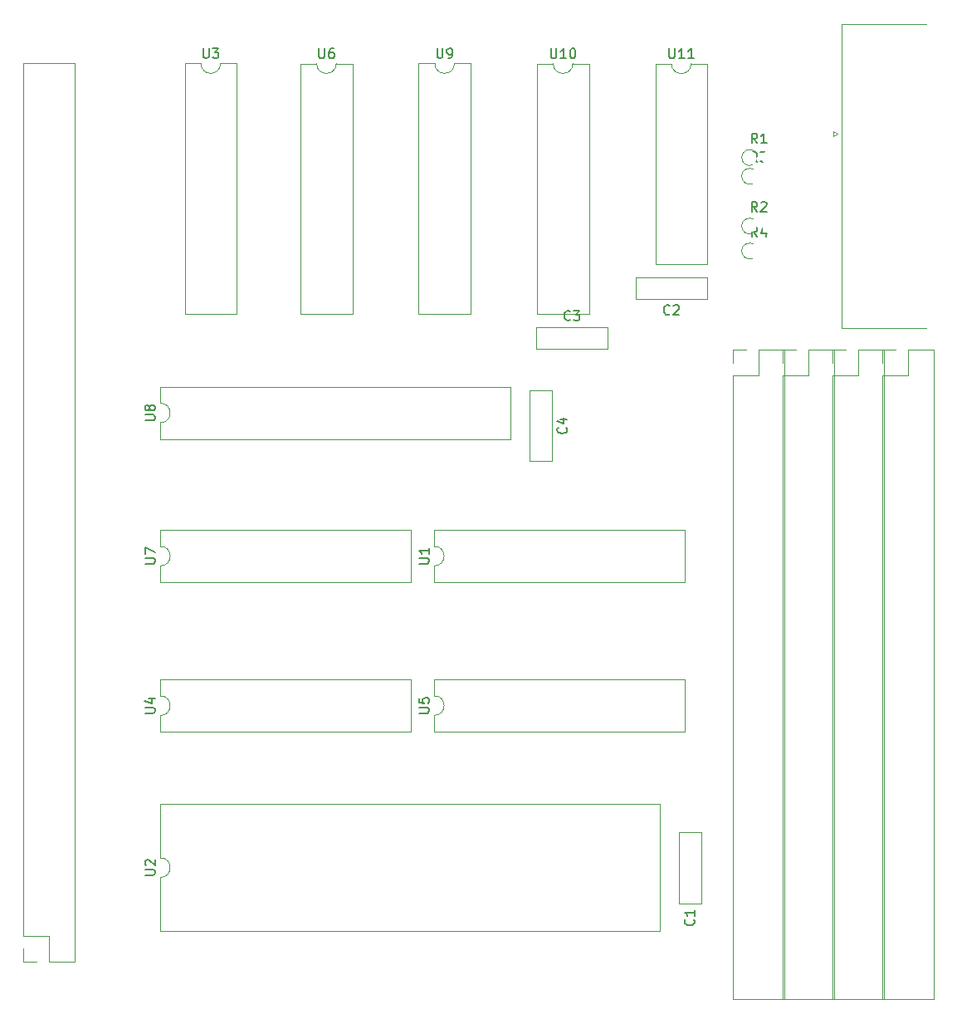
<source format=gto>
G04 #@! TF.GenerationSoftware,KiCad,Pcbnew,(6.0.1)*
G04 #@! TF.CreationDate,2023-08-09T21:54:41+02:00*
G04 #@! TF.ProjectId,VT100_GRAPH,56543130-305f-4475-9241-50482e6b6963,rev?*
G04 #@! TF.SameCoordinates,Original*
G04 #@! TF.FileFunction,Legend,Top*
G04 #@! TF.FilePolarity,Positive*
%FSLAX46Y46*%
G04 Gerber Fmt 4.6, Leading zero omitted, Abs format (unit mm)*
G04 Created by KiCad (PCBNEW (6.0.1)) date 2023-08-09 21:54:41*
%MOMM*%
%LPD*%
G01*
G04 APERTURE LIST*
%ADD10C,0.150000*%
%ADD11C,0.120000*%
%ADD12C,1.400000*%
%ADD13O,1.400000X1.400000*%
%ADD14R,1.600000X1.600000*%
%ADD15O,1.600000X1.600000*%
%ADD16R,1.700000X1.700000*%
%ADD17O,1.700000X1.700000*%
%ADD18C,1.600000*%
%ADD19C,4.000000*%
G04 APERTURE END LIST*
D10*
X94493333Y-34092380D02*
X94160000Y-33616190D01*
X93921904Y-34092380D02*
X93921904Y-33092380D01*
X94302857Y-33092380D01*
X94398095Y-33140000D01*
X94445714Y-33187619D01*
X94493333Y-33282857D01*
X94493333Y-33425714D01*
X94445714Y-33520952D01*
X94398095Y-33568571D01*
X94302857Y-33616190D01*
X93921904Y-33616190D01*
X95350476Y-33425714D02*
X95350476Y-34092380D01*
X95112380Y-33044761D02*
X94874285Y-33759047D01*
X95493333Y-33759047D01*
X37973095Y-14902380D02*
X37973095Y-15711904D01*
X38020714Y-15807142D01*
X38068333Y-15854761D01*
X38163571Y-15902380D01*
X38354047Y-15902380D01*
X38449285Y-15854761D01*
X38496904Y-15807142D01*
X38544523Y-15711904D01*
X38544523Y-14902380D01*
X38925476Y-14902380D02*
X39544523Y-14902380D01*
X39211190Y-15283333D01*
X39354047Y-15283333D01*
X39449285Y-15330952D01*
X39496904Y-15378571D01*
X39544523Y-15473809D01*
X39544523Y-15711904D01*
X39496904Y-15807142D01*
X39449285Y-15854761D01*
X39354047Y-15902380D01*
X39068333Y-15902380D01*
X38973095Y-15854761D01*
X38925476Y-15807142D01*
X73431904Y-14907380D02*
X73431904Y-15716904D01*
X73479523Y-15812142D01*
X73527142Y-15859761D01*
X73622380Y-15907380D01*
X73812857Y-15907380D01*
X73908095Y-15859761D01*
X73955714Y-15812142D01*
X74003333Y-15716904D01*
X74003333Y-14907380D01*
X75003333Y-15907380D02*
X74431904Y-15907380D01*
X74717619Y-15907380D02*
X74717619Y-14907380D01*
X74622380Y-15050238D01*
X74527142Y-15145476D01*
X74431904Y-15193095D01*
X75622380Y-14907380D02*
X75717619Y-14907380D01*
X75812857Y-14955000D01*
X75860476Y-15002619D01*
X75908095Y-15097857D01*
X75955714Y-15288333D01*
X75955714Y-15526428D01*
X75908095Y-15716904D01*
X75860476Y-15812142D01*
X75812857Y-15859761D01*
X75717619Y-15907380D01*
X75622380Y-15907380D01*
X75527142Y-15859761D01*
X75479523Y-15812142D01*
X75431904Y-15716904D01*
X75384285Y-15526428D01*
X75384285Y-15288333D01*
X75431904Y-15097857D01*
X75479523Y-15002619D01*
X75527142Y-14955000D01*
X75622380Y-14907380D01*
X49778095Y-14907380D02*
X49778095Y-15716904D01*
X49825714Y-15812142D01*
X49873333Y-15859761D01*
X49968571Y-15907380D01*
X50159047Y-15907380D01*
X50254285Y-15859761D01*
X50301904Y-15812142D01*
X50349523Y-15716904D01*
X50349523Y-14907380D01*
X51254285Y-14907380D02*
X51063809Y-14907380D01*
X50968571Y-14955000D01*
X50920952Y-15002619D01*
X50825714Y-15145476D01*
X50778095Y-15335952D01*
X50778095Y-15716904D01*
X50825714Y-15812142D01*
X50873333Y-15859761D01*
X50968571Y-15907380D01*
X51159047Y-15907380D01*
X51254285Y-15859761D01*
X51301904Y-15812142D01*
X51349523Y-15716904D01*
X51349523Y-15478809D01*
X51301904Y-15383571D01*
X51254285Y-15335952D01*
X51159047Y-15288333D01*
X50968571Y-15288333D01*
X50873333Y-15335952D01*
X50825714Y-15383571D01*
X50778095Y-15478809D01*
X74997142Y-53546666D02*
X75044761Y-53594285D01*
X75092380Y-53737142D01*
X75092380Y-53832380D01*
X75044761Y-53975238D01*
X74949523Y-54070476D01*
X74854285Y-54118095D01*
X74663809Y-54165714D01*
X74520952Y-54165714D01*
X74330476Y-54118095D01*
X74235238Y-54070476D01*
X74140000Y-53975238D01*
X74092380Y-53832380D01*
X74092380Y-53737142D01*
X74140000Y-53594285D01*
X74187619Y-53546666D01*
X74425714Y-52689523D02*
X75092380Y-52689523D01*
X74044761Y-52927619D02*
X74759047Y-53165714D01*
X74759047Y-52546666D01*
X94493333Y-24567380D02*
X94160000Y-24091190D01*
X93921904Y-24567380D02*
X93921904Y-23567380D01*
X94302857Y-23567380D01*
X94398095Y-23615000D01*
X94445714Y-23662619D01*
X94493333Y-23757857D01*
X94493333Y-23900714D01*
X94445714Y-23995952D01*
X94398095Y-24043571D01*
X94302857Y-24091190D01*
X93921904Y-24091190D01*
X95445714Y-24567380D02*
X94874285Y-24567380D01*
X95160000Y-24567380D02*
X95160000Y-23567380D01*
X95064761Y-23710238D01*
X94969523Y-23805476D01*
X94874285Y-23853095D01*
X87987142Y-103711666D02*
X88034761Y-103759285D01*
X88082380Y-103902142D01*
X88082380Y-103997380D01*
X88034761Y-104140238D01*
X87939523Y-104235476D01*
X87844285Y-104283095D01*
X87653809Y-104330714D01*
X87510952Y-104330714D01*
X87320476Y-104283095D01*
X87225238Y-104235476D01*
X87130000Y-104140238D01*
X87082380Y-103997380D01*
X87082380Y-103902142D01*
X87130000Y-103759285D01*
X87177619Y-103711666D01*
X88082380Y-102759285D02*
X88082380Y-103330714D01*
X88082380Y-103045000D02*
X87082380Y-103045000D01*
X87225238Y-103140238D01*
X87320476Y-103235476D01*
X87368095Y-103330714D01*
X85558333Y-41977142D02*
X85510714Y-42024761D01*
X85367857Y-42072380D01*
X85272619Y-42072380D01*
X85129761Y-42024761D01*
X85034523Y-41929523D01*
X84986904Y-41834285D01*
X84939285Y-41643809D01*
X84939285Y-41500952D01*
X84986904Y-41310476D01*
X85034523Y-41215238D01*
X85129761Y-41120000D01*
X85272619Y-41072380D01*
X85367857Y-41072380D01*
X85510714Y-41120000D01*
X85558333Y-41167619D01*
X85939285Y-41167619D02*
X85986904Y-41120000D01*
X86082142Y-41072380D01*
X86320238Y-41072380D01*
X86415476Y-41120000D01*
X86463095Y-41167619D01*
X86510714Y-41262857D01*
X86510714Y-41358095D01*
X86463095Y-41500952D01*
X85891666Y-42072380D01*
X86510714Y-42072380D01*
X94493333Y-26472380D02*
X94160000Y-25996190D01*
X93921904Y-26472380D02*
X93921904Y-25472380D01*
X94302857Y-25472380D01*
X94398095Y-25520000D01*
X94445714Y-25567619D01*
X94493333Y-25662857D01*
X94493333Y-25805714D01*
X94445714Y-25900952D01*
X94398095Y-25948571D01*
X94302857Y-25996190D01*
X93921904Y-25996190D01*
X94826666Y-25472380D02*
X95445714Y-25472380D01*
X95112380Y-25853333D01*
X95255238Y-25853333D01*
X95350476Y-25900952D01*
X95398095Y-25948571D01*
X95445714Y-26043809D01*
X95445714Y-26281904D01*
X95398095Y-26377142D01*
X95350476Y-26424761D01*
X95255238Y-26472380D01*
X94969523Y-26472380D01*
X94874285Y-26424761D01*
X94826666Y-26377142D01*
X59992380Y-82666904D02*
X60801904Y-82666904D01*
X60897142Y-82619285D01*
X60944761Y-82571666D01*
X60992380Y-82476428D01*
X60992380Y-82285952D01*
X60944761Y-82190714D01*
X60897142Y-82143095D01*
X60801904Y-82095476D01*
X59992380Y-82095476D01*
X59992380Y-81143095D02*
X59992380Y-81619285D01*
X60468571Y-81666904D01*
X60420952Y-81619285D01*
X60373333Y-81524047D01*
X60373333Y-81285952D01*
X60420952Y-81190714D01*
X60468571Y-81143095D01*
X60563809Y-81095476D01*
X60801904Y-81095476D01*
X60897142Y-81143095D01*
X60944761Y-81190714D01*
X60992380Y-81285952D01*
X60992380Y-81524047D01*
X60944761Y-81619285D01*
X60897142Y-81666904D01*
X32047380Y-99186904D02*
X32856904Y-99186904D01*
X32952142Y-99139285D01*
X32999761Y-99091666D01*
X33047380Y-98996428D01*
X33047380Y-98805952D01*
X32999761Y-98710714D01*
X32952142Y-98663095D01*
X32856904Y-98615476D01*
X32047380Y-98615476D01*
X32142619Y-98186904D02*
X32095000Y-98139285D01*
X32047380Y-98044047D01*
X32047380Y-97805952D01*
X32095000Y-97710714D01*
X32142619Y-97663095D01*
X32237857Y-97615476D01*
X32333095Y-97615476D01*
X32475952Y-97663095D01*
X33047380Y-98234523D01*
X33047380Y-97615476D01*
X75398333Y-42557142D02*
X75350714Y-42604761D01*
X75207857Y-42652380D01*
X75112619Y-42652380D01*
X74969761Y-42604761D01*
X74874523Y-42509523D01*
X74826904Y-42414285D01*
X74779285Y-42223809D01*
X74779285Y-42080952D01*
X74826904Y-41890476D01*
X74874523Y-41795238D01*
X74969761Y-41700000D01*
X75112619Y-41652380D01*
X75207857Y-41652380D01*
X75350714Y-41700000D01*
X75398333Y-41747619D01*
X75731666Y-41652380D02*
X76350714Y-41652380D01*
X76017380Y-42033333D01*
X76160238Y-42033333D01*
X76255476Y-42080952D01*
X76303095Y-42128571D01*
X76350714Y-42223809D01*
X76350714Y-42461904D01*
X76303095Y-42557142D01*
X76255476Y-42604761D01*
X76160238Y-42652380D01*
X75874523Y-42652380D01*
X75779285Y-42604761D01*
X75731666Y-42557142D01*
X85496904Y-14917380D02*
X85496904Y-15726904D01*
X85544523Y-15822142D01*
X85592142Y-15869761D01*
X85687380Y-15917380D01*
X85877857Y-15917380D01*
X85973095Y-15869761D01*
X86020714Y-15822142D01*
X86068333Y-15726904D01*
X86068333Y-14917380D01*
X87068333Y-15917380D02*
X86496904Y-15917380D01*
X86782619Y-15917380D02*
X86782619Y-14917380D01*
X86687380Y-15060238D01*
X86592142Y-15155476D01*
X86496904Y-15203095D01*
X88020714Y-15917380D02*
X87449285Y-15917380D01*
X87735000Y-15917380D02*
X87735000Y-14917380D01*
X87639761Y-15060238D01*
X87544523Y-15155476D01*
X87449285Y-15203095D01*
X32052380Y-67426904D02*
X32861904Y-67426904D01*
X32957142Y-67379285D01*
X33004761Y-67331666D01*
X33052380Y-67236428D01*
X33052380Y-67045952D01*
X33004761Y-66950714D01*
X32957142Y-66903095D01*
X32861904Y-66855476D01*
X32052380Y-66855476D01*
X32052380Y-66474523D02*
X32052380Y-65807857D01*
X33052380Y-66236428D01*
X94493333Y-31552380D02*
X94160000Y-31076190D01*
X93921904Y-31552380D02*
X93921904Y-30552380D01*
X94302857Y-30552380D01*
X94398095Y-30600000D01*
X94445714Y-30647619D01*
X94493333Y-30742857D01*
X94493333Y-30885714D01*
X94445714Y-30980952D01*
X94398095Y-31028571D01*
X94302857Y-31076190D01*
X93921904Y-31076190D01*
X94874285Y-30647619D02*
X94921904Y-30600000D01*
X95017142Y-30552380D01*
X95255238Y-30552380D01*
X95350476Y-30600000D01*
X95398095Y-30647619D01*
X95445714Y-30742857D01*
X95445714Y-30838095D01*
X95398095Y-30980952D01*
X94826666Y-31552380D01*
X95445714Y-31552380D01*
X61833095Y-14902380D02*
X61833095Y-15711904D01*
X61880714Y-15807142D01*
X61928333Y-15854761D01*
X62023571Y-15902380D01*
X62214047Y-15902380D01*
X62309285Y-15854761D01*
X62356904Y-15807142D01*
X62404523Y-15711904D01*
X62404523Y-14902380D01*
X62928333Y-15902380D02*
X63118809Y-15902380D01*
X63214047Y-15854761D01*
X63261666Y-15807142D01*
X63356904Y-15664285D01*
X63404523Y-15473809D01*
X63404523Y-15092857D01*
X63356904Y-14997619D01*
X63309285Y-14950000D01*
X63214047Y-14902380D01*
X63023571Y-14902380D01*
X62928333Y-14950000D01*
X62880714Y-14997619D01*
X62833095Y-15092857D01*
X62833095Y-15330952D01*
X62880714Y-15426190D01*
X62928333Y-15473809D01*
X63023571Y-15521428D01*
X63214047Y-15521428D01*
X63309285Y-15473809D01*
X63356904Y-15426190D01*
X63404523Y-15330952D01*
X32047380Y-82676904D02*
X32856904Y-82676904D01*
X32952142Y-82629285D01*
X32999761Y-82581666D01*
X33047380Y-82486428D01*
X33047380Y-82295952D01*
X32999761Y-82200714D01*
X32952142Y-82153095D01*
X32856904Y-82105476D01*
X32047380Y-82105476D01*
X32380714Y-81200714D02*
X33047380Y-81200714D01*
X31999761Y-81438809D02*
X32714047Y-81676904D01*
X32714047Y-81057857D01*
X32047380Y-52831904D02*
X32856904Y-52831904D01*
X32952142Y-52784285D01*
X32999761Y-52736666D01*
X33047380Y-52641428D01*
X33047380Y-52450952D01*
X32999761Y-52355714D01*
X32952142Y-52308095D01*
X32856904Y-52260476D01*
X32047380Y-52260476D01*
X32475952Y-51641428D02*
X32428333Y-51736666D01*
X32380714Y-51784285D01*
X32285476Y-51831904D01*
X32237857Y-51831904D01*
X32142619Y-51784285D01*
X32095000Y-51736666D01*
X32047380Y-51641428D01*
X32047380Y-51450952D01*
X32095000Y-51355714D01*
X32142619Y-51308095D01*
X32237857Y-51260476D01*
X32285476Y-51260476D01*
X32380714Y-51308095D01*
X32428333Y-51355714D01*
X32475952Y-51450952D01*
X32475952Y-51641428D01*
X32523571Y-51736666D01*
X32571190Y-51784285D01*
X32666428Y-51831904D01*
X32856904Y-51831904D01*
X32952142Y-51784285D01*
X32999761Y-51736666D01*
X33047380Y-51641428D01*
X33047380Y-51450952D01*
X32999761Y-51355714D01*
X32952142Y-51308095D01*
X32856904Y-51260476D01*
X32666428Y-51260476D01*
X32571190Y-51308095D01*
X32523571Y-51355714D01*
X32475952Y-51450952D01*
X59992380Y-67426904D02*
X60801904Y-67426904D01*
X60897142Y-67379285D01*
X60944761Y-67331666D01*
X60992380Y-67236428D01*
X60992380Y-67045952D01*
X60944761Y-66950714D01*
X60897142Y-66903095D01*
X60801904Y-66855476D01*
X59992380Y-66855476D01*
X60992380Y-65855476D02*
X60992380Y-66426904D01*
X60992380Y-66141190D02*
X59992380Y-66141190D01*
X60135238Y-66236428D01*
X60230476Y-66331666D01*
X60278095Y-66426904D01*
D11*
X94127133Y-34860000D02*
G75*
G03*
X94030095Y-36309359I-417133J-700000D01*
G01*
X36085000Y-16450000D02*
X36085000Y-41970000D01*
X37735000Y-16450000D02*
X36085000Y-16450000D01*
X41385000Y-16450000D02*
X39735000Y-16450000D01*
X36085000Y-41970000D02*
X41385000Y-41970000D01*
X41385000Y-41970000D02*
X41385000Y-16450000D01*
X37735000Y-16450000D02*
G75*
G03*
X39735000Y-16450000I1000000J0D01*
G01*
X72020000Y-16455000D02*
X72020000Y-41975000D01*
X72020000Y-41975000D02*
X77320000Y-41975000D01*
X77320000Y-16455000D02*
X75670000Y-16455000D01*
X77320000Y-41975000D02*
X77320000Y-16455000D01*
X73670000Y-16455000D02*
X72020000Y-16455000D01*
X73670000Y-16455000D02*
G75*
G03*
X75670000Y-16455000I1000000J0D01*
G01*
X102175000Y-111820000D02*
X107375000Y-111820000D01*
X102175000Y-48260000D02*
X102175000Y-111820000D01*
X102175000Y-46990000D02*
X102175000Y-45660000D01*
X104775000Y-45660000D02*
X107375000Y-45660000D01*
X102175000Y-48260000D02*
X104775000Y-48260000D01*
X102175000Y-45660000D02*
X103505000Y-45660000D01*
X104775000Y-48260000D02*
X104775000Y-45660000D01*
X107375000Y-45660000D02*
X107375000Y-111820000D01*
X47890000Y-41975000D02*
X53190000Y-41975000D01*
X53190000Y-41975000D02*
X53190000Y-16455000D01*
X47890000Y-16455000D02*
X47890000Y-41975000D01*
X49540000Y-16455000D02*
X47890000Y-16455000D01*
X53190000Y-16455000D02*
X51540000Y-16455000D01*
X49540000Y-16455000D02*
G75*
G03*
X51540000Y-16455000I1000000J0D01*
G01*
X92015000Y-48260000D02*
X92015000Y-111820000D01*
X94615000Y-48260000D02*
X94615000Y-45660000D01*
X97215000Y-45660000D02*
X97215000Y-111820000D01*
X92015000Y-45660000D02*
X93345000Y-45660000D01*
X92015000Y-111820000D02*
X97215000Y-111820000D01*
X94615000Y-45660000D02*
X97215000Y-45660000D01*
X92015000Y-48260000D02*
X94615000Y-48260000D01*
X92015000Y-46990000D02*
X92015000Y-45660000D01*
X109855000Y-48260000D02*
X109855000Y-45660000D01*
X107255000Y-48260000D02*
X107255000Y-111820000D01*
X107255000Y-46990000D02*
X107255000Y-45660000D01*
X109855000Y-45660000D02*
X112455000Y-45660000D01*
X112455000Y-45660000D02*
X112455000Y-111820000D01*
X107255000Y-111820000D02*
X112455000Y-111820000D01*
X107255000Y-45660000D02*
X108585000Y-45660000D01*
X107255000Y-48260000D02*
X109855000Y-48260000D01*
X73510000Y-49760000D02*
X73510000Y-57000000D01*
X73510000Y-57000000D02*
X71270000Y-57000000D01*
X73510000Y-49760000D02*
X71270000Y-49760000D01*
X71270000Y-49760000D02*
X71270000Y-57000000D01*
X94127133Y-25335000D02*
G75*
G03*
X94030095Y-26784359I-417133J-700000D01*
G01*
X88750000Y-102085000D02*
X88750000Y-94845000D01*
X86510000Y-102085000D02*
X86510000Y-94845000D01*
X86510000Y-102085000D02*
X88750000Y-102085000D01*
X86510000Y-94845000D02*
X88750000Y-94845000D01*
X82105000Y-40490000D02*
X82105000Y-38250000D01*
X89345000Y-40490000D02*
X82105000Y-40490000D01*
X89345000Y-40490000D02*
X89345000Y-38250000D01*
X89345000Y-38250000D02*
X82105000Y-38250000D01*
X94127133Y-27240000D02*
G75*
G03*
X94030095Y-28689359I-417133J-700000D01*
G01*
X87060000Y-84555000D02*
X87060000Y-79255000D01*
X87060000Y-79255000D02*
X61540000Y-79255000D01*
X61540000Y-84555000D02*
X87060000Y-84555000D01*
X61540000Y-82905000D02*
X61540000Y-84555000D01*
X61540000Y-79255000D02*
X61540000Y-80905000D01*
X61540000Y-82905000D02*
G75*
G03*
X61540000Y-80905000I0J1000000D01*
G01*
X84515000Y-91965000D02*
X33595000Y-91965000D01*
X33595000Y-91965000D02*
X33595000Y-97425000D01*
X33595000Y-99425000D02*
X33595000Y-104885000D01*
X84515000Y-104885000D02*
X84515000Y-91965000D01*
X33595000Y-104885000D02*
X84515000Y-104885000D01*
X33595000Y-99425000D02*
G75*
G03*
X33595000Y-97425000I0J1000000D01*
G01*
X79185000Y-43330000D02*
X79185000Y-45570000D01*
X71945000Y-43330000D02*
X71945000Y-45570000D01*
X71945000Y-45570000D02*
X79185000Y-45570000D01*
X71945000Y-43330000D02*
X79185000Y-43330000D01*
X19625000Y-108010000D02*
X19625000Y-106680000D01*
X24825000Y-108010000D02*
X24825000Y-16450000D01*
X19625000Y-105410000D02*
X19625000Y-16450000D01*
X22225000Y-108010000D02*
X22225000Y-105410000D01*
X24825000Y-108010000D02*
X22225000Y-108010000D01*
X20955000Y-108010000D02*
X19625000Y-108010000D01*
X22225000Y-105410000D02*
X19625000Y-105410000D01*
X24825000Y-16450000D02*
X19625000Y-16450000D01*
X89385000Y-16465000D02*
X87735000Y-16465000D01*
X85735000Y-16465000D02*
X84085000Y-16465000D01*
X84085000Y-16465000D02*
X84085000Y-36905000D01*
X89385000Y-36905000D02*
X89385000Y-16465000D01*
X84085000Y-36905000D02*
X89385000Y-36905000D01*
X85735000Y-16465000D02*
G75*
G03*
X87735000Y-16465000I1000000J0D01*
G01*
X59120000Y-64015000D02*
X33600000Y-64015000D01*
X33600000Y-67665000D02*
X33600000Y-69315000D01*
X33600000Y-64015000D02*
X33600000Y-65665000D01*
X59120000Y-69315000D02*
X59120000Y-64015000D01*
X33600000Y-69315000D02*
X59120000Y-69315000D01*
X33600000Y-67665000D02*
G75*
G03*
X33600000Y-65665000I0J1000000D01*
G01*
X94127133Y-32320000D02*
G75*
G03*
X94030095Y-33769359I-417133J-700000D01*
G01*
X59945000Y-41970000D02*
X65245000Y-41970000D01*
X65245000Y-41970000D02*
X65245000Y-16450000D01*
X61595000Y-16450000D02*
X59945000Y-16450000D01*
X59945000Y-16450000D02*
X59945000Y-41970000D01*
X65245000Y-16450000D02*
X63595000Y-16450000D01*
X61595000Y-16450000D02*
G75*
G03*
X63595000Y-16450000I1000000J0D01*
G01*
X59115000Y-79265000D02*
X33595000Y-79265000D01*
X33595000Y-84565000D02*
X59115000Y-84565000D01*
X33595000Y-82915000D02*
X33595000Y-84565000D01*
X59115000Y-84565000D02*
X59115000Y-79265000D01*
X33595000Y-79265000D02*
X33595000Y-80915000D01*
X33595000Y-82915000D02*
G75*
G03*
X33595000Y-80915000I0J1000000D01*
G01*
X33595000Y-49420000D02*
X33595000Y-51070000D01*
X69275000Y-49420000D02*
X33595000Y-49420000D01*
X69275000Y-54720000D02*
X69275000Y-49420000D01*
X33595000Y-53070000D02*
X33595000Y-54720000D01*
X33595000Y-54720000D02*
X69275000Y-54720000D01*
X33595000Y-53070000D02*
G75*
G03*
X33595000Y-51070000I0J1000000D01*
G01*
X87060000Y-64015000D02*
X61540000Y-64015000D01*
X61540000Y-69315000D02*
X87060000Y-69315000D01*
X87060000Y-69315000D02*
X87060000Y-64015000D01*
X61540000Y-67665000D02*
X61540000Y-69315000D01*
X61540000Y-64015000D02*
X61540000Y-65665000D01*
X61540000Y-67665000D02*
G75*
G03*
X61540000Y-65665000I0J1000000D01*
G01*
X102210662Y-23890000D02*
X102210662Y-23390000D01*
X102643675Y-23640000D02*
X102210662Y-23890000D01*
X111705000Y-43440000D02*
X103105000Y-43440000D01*
X102210662Y-23390000D02*
X102643675Y-23640000D01*
X103105000Y-43440000D02*
X103105000Y-12470000D01*
X103105000Y-12470000D02*
X111705000Y-12470000D01*
X97095000Y-48260000D02*
X99695000Y-48260000D01*
X97095000Y-48260000D02*
X97095000Y-111820000D01*
X102295000Y-45660000D02*
X102295000Y-111820000D01*
X99695000Y-45660000D02*
X102295000Y-45660000D01*
X97095000Y-111820000D02*
X102295000Y-111820000D01*
X97095000Y-46990000D02*
X97095000Y-45660000D01*
X99695000Y-48260000D02*
X99695000Y-45660000D01*
X97095000Y-45660000D02*
X98425000Y-45660000D01*
%LPC*%
D12*
X93710000Y-35560000D03*
D13*
X95610000Y-35560000D03*
D14*
X34925000Y-17780000D03*
D15*
X34925000Y-20320000D03*
X34925000Y-22860000D03*
X34925000Y-25400000D03*
X34925000Y-27940000D03*
X34925000Y-30480000D03*
X34925000Y-33020000D03*
X34925000Y-35560000D03*
X34925000Y-38100000D03*
X34925000Y-40640000D03*
X42545000Y-40640000D03*
X42545000Y-38100000D03*
X42545000Y-35560000D03*
X42545000Y-33020000D03*
X42545000Y-30480000D03*
X42545000Y-27940000D03*
X42545000Y-25400000D03*
X42545000Y-22860000D03*
X42545000Y-20320000D03*
X42545000Y-17780000D03*
D14*
X70860000Y-17785000D03*
D15*
X70860000Y-20325000D03*
X70860000Y-22865000D03*
X70860000Y-25405000D03*
X70860000Y-27945000D03*
X70860000Y-30485000D03*
X70860000Y-33025000D03*
X70860000Y-35565000D03*
X70860000Y-38105000D03*
X70860000Y-40645000D03*
X78480000Y-40645000D03*
X78480000Y-38105000D03*
X78480000Y-35565000D03*
X78480000Y-33025000D03*
X78480000Y-30485000D03*
X78480000Y-27945000D03*
X78480000Y-25405000D03*
X78480000Y-22865000D03*
X78480000Y-20325000D03*
X78480000Y-17785000D03*
D16*
X103505000Y-46990000D03*
D17*
X106045000Y-46990000D03*
X103505000Y-49530000D03*
X106045000Y-49530000D03*
X103505000Y-52070000D03*
X106045000Y-52070000D03*
X103505000Y-54610000D03*
X106045000Y-54610000D03*
X103505000Y-57150000D03*
X106045000Y-57150000D03*
X103505000Y-59690000D03*
X106045000Y-59690000D03*
X103505000Y-62230000D03*
X106045000Y-62230000D03*
X103505000Y-64770000D03*
X106045000Y-64770000D03*
X103505000Y-67310000D03*
X106045000Y-67310000D03*
X103505000Y-69850000D03*
X106045000Y-69850000D03*
X103505000Y-72390000D03*
X106045000Y-72390000D03*
X103505000Y-74930000D03*
X106045000Y-74930000D03*
X103505000Y-77470000D03*
X106045000Y-77470000D03*
X103505000Y-80010000D03*
X106045000Y-80010000D03*
X103505000Y-82550000D03*
X106045000Y-82550000D03*
X103505000Y-85090000D03*
X106045000Y-85090000D03*
X103505000Y-87630000D03*
X106045000Y-87630000D03*
X103505000Y-90170000D03*
X106045000Y-90170000D03*
X103505000Y-92710000D03*
X106045000Y-92710000D03*
X103505000Y-95250000D03*
X106045000Y-95250000D03*
X103505000Y-97790000D03*
X106045000Y-97790000D03*
X103505000Y-100330000D03*
X106045000Y-100330000D03*
X103505000Y-102870000D03*
X106045000Y-102870000D03*
X103505000Y-105410000D03*
X106045000Y-105410000D03*
X103505000Y-107950000D03*
X106045000Y-107950000D03*
X103505000Y-110490000D03*
X106045000Y-110490000D03*
D14*
X46730000Y-17785000D03*
D15*
X46730000Y-20325000D03*
X46730000Y-22865000D03*
X46730000Y-25405000D03*
X46730000Y-27945000D03*
X46730000Y-30485000D03*
X46730000Y-33025000D03*
X46730000Y-35565000D03*
X46730000Y-38105000D03*
X46730000Y-40645000D03*
X54350000Y-40645000D03*
X54350000Y-38105000D03*
X54350000Y-35565000D03*
X54350000Y-33025000D03*
X54350000Y-30485000D03*
X54350000Y-27945000D03*
X54350000Y-25405000D03*
X54350000Y-22865000D03*
X54350000Y-20325000D03*
X54350000Y-17785000D03*
D16*
X93345000Y-46990000D03*
D17*
X95885000Y-46990000D03*
X93345000Y-49530000D03*
X95885000Y-49530000D03*
X93345000Y-52070000D03*
X95885000Y-52070000D03*
X93345000Y-54610000D03*
X95885000Y-54610000D03*
X93345000Y-57150000D03*
X95885000Y-57150000D03*
X93345000Y-59690000D03*
X95885000Y-59690000D03*
X93345000Y-62230000D03*
X95885000Y-62230000D03*
X93345000Y-64770000D03*
X95885000Y-64770000D03*
X93345000Y-67310000D03*
X95885000Y-67310000D03*
X93345000Y-69850000D03*
X95885000Y-69850000D03*
X93345000Y-72390000D03*
X95885000Y-72390000D03*
X93345000Y-74930000D03*
X95885000Y-74930000D03*
X93345000Y-77470000D03*
X95885000Y-77470000D03*
X93345000Y-80010000D03*
X95885000Y-80010000D03*
X93345000Y-82550000D03*
X95885000Y-82550000D03*
X93345000Y-85090000D03*
X95885000Y-85090000D03*
X93345000Y-87630000D03*
X95885000Y-87630000D03*
X93345000Y-90170000D03*
X95885000Y-90170000D03*
X93345000Y-92710000D03*
X95885000Y-92710000D03*
X93345000Y-95250000D03*
X95885000Y-95250000D03*
X93345000Y-97790000D03*
X95885000Y-97790000D03*
X93345000Y-100330000D03*
X95885000Y-100330000D03*
X93345000Y-102870000D03*
X95885000Y-102870000D03*
X93345000Y-105410000D03*
X95885000Y-105410000D03*
X93345000Y-107950000D03*
X95885000Y-107950000D03*
X93345000Y-110490000D03*
X95885000Y-110490000D03*
D16*
X108585000Y-46990000D03*
D17*
X111125000Y-46990000D03*
X108585000Y-49530000D03*
X111125000Y-49530000D03*
X108585000Y-52070000D03*
X111125000Y-52070000D03*
X108585000Y-54610000D03*
X111125000Y-54610000D03*
X108585000Y-57150000D03*
X111125000Y-57150000D03*
X108585000Y-59690000D03*
X111125000Y-59690000D03*
X108585000Y-62230000D03*
X111125000Y-62230000D03*
X108585000Y-64770000D03*
X111125000Y-64770000D03*
X108585000Y-67310000D03*
X111125000Y-67310000D03*
X108585000Y-69850000D03*
X111125000Y-69850000D03*
X108585000Y-72390000D03*
X111125000Y-72390000D03*
X108585000Y-74930000D03*
X111125000Y-74930000D03*
X108585000Y-77470000D03*
X111125000Y-77470000D03*
X108585000Y-80010000D03*
X111125000Y-80010000D03*
X108585000Y-82550000D03*
X111125000Y-82550000D03*
X108585000Y-85090000D03*
X111125000Y-85090000D03*
X108585000Y-87630000D03*
X111125000Y-87630000D03*
X108585000Y-90170000D03*
X111125000Y-90170000D03*
X108585000Y-92710000D03*
X111125000Y-92710000D03*
X108585000Y-95250000D03*
X111125000Y-95250000D03*
X108585000Y-97790000D03*
X111125000Y-97790000D03*
X108585000Y-100330000D03*
X111125000Y-100330000D03*
X108585000Y-102870000D03*
X111125000Y-102870000D03*
X108585000Y-105410000D03*
X111125000Y-105410000D03*
X108585000Y-107950000D03*
X111125000Y-107950000D03*
X108585000Y-110490000D03*
X111125000Y-110490000D03*
D18*
X72390000Y-50880000D03*
X72390000Y-55880000D03*
D12*
X93710000Y-26035000D03*
D13*
X95610000Y-26035000D03*
D18*
X87630000Y-100965000D03*
X87630000Y-95965000D03*
X88225000Y-39370000D03*
X83225000Y-39370000D03*
D12*
X93710000Y-27940000D03*
D13*
X95610000Y-27940000D03*
D14*
X62870000Y-85715000D03*
D15*
X65410000Y-85715000D03*
X67950000Y-85715000D03*
X70490000Y-85715000D03*
X73030000Y-85715000D03*
X75570000Y-85715000D03*
X78110000Y-85715000D03*
X80650000Y-85715000D03*
X83190000Y-85715000D03*
X85730000Y-85715000D03*
X85730000Y-78095000D03*
X83190000Y-78095000D03*
X80650000Y-78095000D03*
X78110000Y-78095000D03*
X75570000Y-78095000D03*
X73030000Y-78095000D03*
X70490000Y-78095000D03*
X67950000Y-78095000D03*
X65410000Y-78095000D03*
X62870000Y-78095000D03*
D14*
X34925000Y-106045000D03*
D15*
X37465000Y-106045000D03*
X40005000Y-106045000D03*
X42545000Y-106045000D03*
X45085000Y-106045000D03*
X47625000Y-106045000D03*
X50165000Y-106045000D03*
X52705000Y-106045000D03*
X55245000Y-106045000D03*
X57785000Y-106045000D03*
X60325000Y-106045000D03*
X62865000Y-106045000D03*
X65405000Y-106045000D03*
X67945000Y-106045000D03*
X70485000Y-106045000D03*
X73025000Y-106045000D03*
X75565000Y-106045000D03*
X78105000Y-106045000D03*
X80645000Y-106045000D03*
X83185000Y-106045000D03*
X83185000Y-90805000D03*
X80645000Y-90805000D03*
X78105000Y-90805000D03*
X75565000Y-90805000D03*
X73025000Y-90805000D03*
X70485000Y-90805000D03*
X67945000Y-90805000D03*
X65405000Y-90805000D03*
X62865000Y-90805000D03*
X60325000Y-90805000D03*
X57785000Y-90805000D03*
X55245000Y-90805000D03*
X52705000Y-90805000D03*
X50165000Y-90805000D03*
X47625000Y-90805000D03*
X45085000Y-90805000D03*
X42545000Y-90805000D03*
X40005000Y-90805000D03*
X37465000Y-90805000D03*
X34925000Y-90805000D03*
D18*
X73065000Y-44450000D03*
X78065000Y-44450000D03*
D16*
X20955000Y-106680000D03*
D17*
X23495000Y-106680000D03*
X20955000Y-104140000D03*
X23495000Y-104140000D03*
X20955000Y-101600000D03*
X23495000Y-101600000D03*
X20955000Y-99060000D03*
X23495000Y-99060000D03*
X20955000Y-96520000D03*
X23495000Y-96520000D03*
X20955000Y-93980000D03*
X23495000Y-93980000D03*
X20955000Y-91440000D03*
X23495000Y-91440000D03*
X20955000Y-88900000D03*
X23495000Y-88900000D03*
X20955000Y-86360000D03*
X23495000Y-86360000D03*
X20955000Y-83820000D03*
X23495000Y-83820000D03*
X20955000Y-81280000D03*
X23495000Y-81280000D03*
X20955000Y-78740000D03*
X23495000Y-78740000D03*
X20955000Y-76200000D03*
X23495000Y-76200000D03*
X20955000Y-73660000D03*
X23495000Y-73660000D03*
X20955000Y-71120000D03*
X23495000Y-71120000D03*
X20955000Y-68580000D03*
X23495000Y-68580000D03*
X20955000Y-66040000D03*
X23495000Y-66040000D03*
X20955000Y-63500000D03*
X23495000Y-63500000D03*
X20955000Y-60960000D03*
X23495000Y-60960000D03*
X20955000Y-58420000D03*
X23495000Y-58420000D03*
X20955000Y-55880000D03*
X23495000Y-55880000D03*
X20955000Y-53340000D03*
X23495000Y-53340000D03*
X20955000Y-50800000D03*
X23495000Y-50800000D03*
X20955000Y-48260000D03*
X23495000Y-48260000D03*
X20955000Y-45720000D03*
X23495000Y-45720000D03*
X20955000Y-43180000D03*
X23495000Y-43180000D03*
X20955000Y-40640000D03*
X23495000Y-40640000D03*
X20955000Y-38100000D03*
X23495000Y-38100000D03*
X20955000Y-35560000D03*
X23495000Y-35560000D03*
X20955000Y-33020000D03*
X23495000Y-33020000D03*
X20955000Y-30480000D03*
X23495000Y-30480000D03*
X20955000Y-27940000D03*
X23495000Y-27940000D03*
X20955000Y-25400000D03*
X23495000Y-25400000D03*
X20955000Y-22860000D03*
X23495000Y-22860000D03*
X20955000Y-20320000D03*
X23495000Y-20320000D03*
X20955000Y-17780000D03*
X23495000Y-17780000D03*
D14*
X82925000Y-17795000D03*
D15*
X82925000Y-20335000D03*
X82925000Y-22875000D03*
X82925000Y-25415000D03*
X82925000Y-27955000D03*
X82925000Y-30495000D03*
X82925000Y-33035000D03*
X82925000Y-35575000D03*
X90545000Y-35575000D03*
X90545000Y-33035000D03*
X90545000Y-30495000D03*
X90545000Y-27955000D03*
X90545000Y-25415000D03*
X90545000Y-22875000D03*
X90545000Y-20335000D03*
X90545000Y-17795000D03*
D14*
X34930000Y-70475000D03*
D15*
X37470000Y-70475000D03*
X40010000Y-70475000D03*
X42550000Y-70475000D03*
X45090000Y-70475000D03*
X47630000Y-70475000D03*
X50170000Y-70475000D03*
X52710000Y-70475000D03*
X55250000Y-70475000D03*
X57790000Y-70475000D03*
X57790000Y-62855000D03*
X55250000Y-62855000D03*
X52710000Y-62855000D03*
X50170000Y-62855000D03*
X47630000Y-62855000D03*
X45090000Y-62855000D03*
X42550000Y-62855000D03*
X40010000Y-62855000D03*
X37470000Y-62855000D03*
X34930000Y-62855000D03*
D12*
X93710000Y-33020000D03*
D13*
X95610000Y-33020000D03*
D14*
X58785000Y-17780000D03*
D15*
X58785000Y-20320000D03*
X58785000Y-22860000D03*
X58785000Y-25400000D03*
X58785000Y-27940000D03*
X58785000Y-30480000D03*
X58785000Y-33020000D03*
X58785000Y-35560000D03*
X58785000Y-38100000D03*
X58785000Y-40640000D03*
X66405000Y-40640000D03*
X66405000Y-38100000D03*
X66405000Y-35560000D03*
X66405000Y-33020000D03*
X66405000Y-30480000D03*
X66405000Y-27940000D03*
X66405000Y-25400000D03*
X66405000Y-22860000D03*
X66405000Y-20320000D03*
X66405000Y-17780000D03*
D14*
X34925000Y-85725000D03*
D15*
X37465000Y-85725000D03*
X40005000Y-85725000D03*
X42545000Y-85725000D03*
X45085000Y-85725000D03*
X47625000Y-85725000D03*
X50165000Y-85725000D03*
X52705000Y-85725000D03*
X55245000Y-85725000D03*
X57785000Y-85725000D03*
X57785000Y-78105000D03*
X55245000Y-78105000D03*
X52705000Y-78105000D03*
X50165000Y-78105000D03*
X47625000Y-78105000D03*
X45085000Y-78105000D03*
X42545000Y-78105000D03*
X40005000Y-78105000D03*
X37465000Y-78105000D03*
X34925000Y-78105000D03*
D14*
X34925000Y-55880000D03*
D15*
X37465000Y-55880000D03*
X40005000Y-55880000D03*
X42545000Y-55880000D03*
X45085000Y-55880000D03*
X47625000Y-55880000D03*
X50165000Y-55880000D03*
X52705000Y-55880000D03*
X55245000Y-55880000D03*
X57785000Y-55880000D03*
X60325000Y-55880000D03*
X62865000Y-55880000D03*
X65405000Y-55880000D03*
X67945000Y-55880000D03*
X67945000Y-48260000D03*
X65405000Y-48260000D03*
X62865000Y-48260000D03*
X60325000Y-48260000D03*
X57785000Y-48260000D03*
X55245000Y-48260000D03*
X52705000Y-48260000D03*
X50165000Y-48260000D03*
X47625000Y-48260000D03*
X45085000Y-48260000D03*
X42545000Y-48260000D03*
X40005000Y-48260000D03*
X37465000Y-48260000D03*
X34925000Y-48260000D03*
D14*
X62870000Y-70475000D03*
D15*
X65410000Y-70475000D03*
X67950000Y-70475000D03*
X70490000Y-70475000D03*
X73030000Y-70475000D03*
X75570000Y-70475000D03*
X78110000Y-70475000D03*
X80650000Y-70475000D03*
X83190000Y-70475000D03*
X85730000Y-70475000D03*
X85730000Y-62855000D03*
X83190000Y-62855000D03*
X80650000Y-62855000D03*
X78110000Y-62855000D03*
X75570000Y-62855000D03*
X73030000Y-62855000D03*
X70490000Y-62855000D03*
X67950000Y-62855000D03*
X65410000Y-62855000D03*
X62870000Y-62855000D03*
D19*
X106825000Y-15455000D03*
X106825000Y-40455000D03*
D14*
X104775000Y-23640000D03*
D18*
X104775000Y-25930000D03*
X104775000Y-28220000D03*
X104775000Y-30510000D03*
X104775000Y-32800000D03*
X106755000Y-22495000D03*
X106755000Y-24785000D03*
X106755000Y-27075000D03*
X106755000Y-29365000D03*
X106755000Y-31655000D03*
X108735000Y-23640000D03*
X108735000Y-25930000D03*
X108735000Y-28220000D03*
X108735000Y-30510000D03*
X108735000Y-32800000D03*
D16*
X98425000Y-46990000D03*
D17*
X100965000Y-46990000D03*
X98425000Y-49530000D03*
X100965000Y-49530000D03*
X98425000Y-52070000D03*
X100965000Y-52070000D03*
X98425000Y-54610000D03*
X100965000Y-54610000D03*
X98425000Y-57150000D03*
X100965000Y-57150000D03*
X98425000Y-59690000D03*
X100965000Y-59690000D03*
X98425000Y-62230000D03*
X100965000Y-62230000D03*
X98425000Y-64770000D03*
X100965000Y-64770000D03*
X98425000Y-67310000D03*
X100965000Y-67310000D03*
X98425000Y-69850000D03*
X100965000Y-69850000D03*
X98425000Y-72390000D03*
X100965000Y-72390000D03*
X98425000Y-74930000D03*
X100965000Y-74930000D03*
X98425000Y-77470000D03*
X100965000Y-77470000D03*
X98425000Y-80010000D03*
X100965000Y-80010000D03*
X98425000Y-82550000D03*
X100965000Y-82550000D03*
X98425000Y-85090000D03*
X100965000Y-85090000D03*
X98425000Y-87630000D03*
X100965000Y-87630000D03*
X98425000Y-90170000D03*
X100965000Y-90170000D03*
X98425000Y-92710000D03*
X100965000Y-92710000D03*
X98425000Y-95250000D03*
X100965000Y-95250000D03*
X98425000Y-97790000D03*
X100965000Y-97790000D03*
X98425000Y-100330000D03*
X100965000Y-100330000D03*
X98425000Y-102870000D03*
X100965000Y-102870000D03*
X98425000Y-105410000D03*
X100965000Y-105410000D03*
X98425000Y-107950000D03*
X100965000Y-107950000D03*
X98425000Y-110490000D03*
X100965000Y-110490000D03*
M02*

</source>
